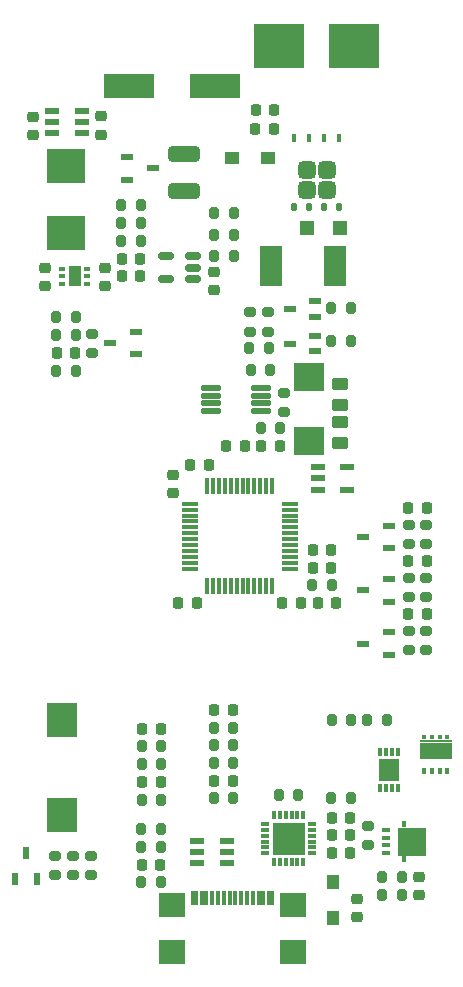
<source format=gbr>
%TF.GenerationSoftware,KiCad,Pcbnew,8.0.6*%
%TF.CreationDate,2024-11-14T19:13:27+01:00*%
%TF.ProjectId,AxxSolder,41787853-6f6c-4646-9572-2e6b69636164,rev?*%
%TF.SameCoordinates,Original*%
%TF.FileFunction,Paste,Bot*%
%TF.FilePolarity,Positive*%
%FSLAX46Y46*%
G04 Gerber Fmt 4.6, Leading zero omitted, Abs format (unit mm)*
G04 Created by KiCad (PCBNEW 8.0.6) date 2024-11-14 19:13:27*
%MOMM*%
%LPD*%
G01*
G04 APERTURE LIST*
G04 Aperture macros list*
%AMRoundRect*
0 Rectangle with rounded corners*
0 $1 Rounding radius*
0 $2 $3 $4 $5 $6 $7 $8 $9 X,Y pos of 4 corners*
0 Add a 4 corners polygon primitive as box body*
4,1,4,$2,$3,$4,$5,$6,$7,$8,$9,$2,$3,0*
0 Add four circle primitives for the rounded corners*
1,1,$1+$1,$2,$3*
1,1,$1+$1,$4,$5*
1,1,$1+$1,$6,$7*
1,1,$1+$1,$8,$9*
0 Add four rect primitives between the rounded corners*
20,1,$1+$1,$2,$3,$4,$5,0*
20,1,$1+$1,$4,$5,$6,$7,0*
20,1,$1+$1,$6,$7,$8,$9,0*
20,1,$1+$1,$8,$9,$2,$3,0*%
G04 Aperture macros list end*
%ADD10RoundRect,0.225000X0.225000X0.250000X-0.225000X0.250000X-0.225000X-0.250000X0.225000X-0.250000X0*%
%ADD11R,3.200000X2.850000*%
%ADD12R,0.400000X0.550000*%
%ADD13R,0.400000X0.410000*%
%ADD14R,2.750000X1.470000*%
%ADD15R,2.750000X0.250000*%
%ADD16R,1.050000X0.600000*%
%ADD17RoundRect,0.200000X-0.200000X-0.275000X0.200000X-0.275000X0.200000X0.275000X-0.200000X0.275000X0*%
%ADD18R,0.300000X1.475000*%
%ADD19R,1.475000X0.300000*%
%ADD20RoundRect,0.200000X0.275000X-0.200000X0.275000X0.200000X-0.275000X0.200000X-0.275000X-0.200000X0*%
%ADD21RoundRect,0.200000X0.200000X0.275000X-0.200000X0.275000X-0.200000X-0.275000X0.200000X-0.275000X0*%
%ADD22RoundRect,0.225000X-0.225000X-0.250000X0.225000X-0.250000X0.225000X0.250000X-0.225000X0.250000X0*%
%ADD23RoundRect,0.225000X0.250000X-0.225000X0.250000X0.225000X-0.250000X0.225000X-0.250000X-0.225000X0*%
%ADD24RoundRect,0.375000X-0.375000X0.375000X-0.375000X-0.375000X0.375000X-0.375000X0.375000X0.375000X0*%
%ADD25RoundRect,0.125000X-0.125000X0.250000X-0.125000X-0.250000X0.125000X-0.250000X0.125000X0.250000X0*%
%ADD26RoundRect,0.100000X-0.100000X0.275000X-0.100000X-0.275000X0.100000X-0.275000X0.100000X0.275000X0*%
%ADD27RoundRect,0.200000X-0.275000X0.200000X-0.275000X-0.200000X0.275000X-0.200000X0.275000X0.200000X0*%
%ADD28R,1.200000X1.200000*%
%ADD29R,2.500000X3.000000*%
%ADD30RoundRect,0.250000X0.450000X-0.262500X0.450000X0.262500X-0.450000X0.262500X-0.450000X-0.262500X0*%
%ADD31R,1.120000X1.220000*%
%ADD32RoundRect,0.125000X0.687500X0.125000X-0.687500X0.125000X-0.687500X-0.125000X0.687500X-0.125000X0*%
%ADD33RoundRect,0.150000X0.512500X0.150000X-0.512500X0.150000X-0.512500X-0.150000X0.512500X-0.150000X0*%
%ADD34RoundRect,0.250000X-1.075000X0.400000X-1.075000X-0.400000X1.075000X-0.400000X1.075000X0.400000X0*%
%ADD35R,1.050000X0.500000*%
%ADD36R,1.900000X3.450000*%
%ADD37R,0.300000X1.150000*%
%ADD38R,2.180000X2.000000*%
%ADD39RoundRect,0.225000X-0.250000X0.225000X-0.250000X-0.225000X0.250000X-0.225000X0.250000X0.225000X0*%
%ADD40R,1.220000X1.120000*%
%ADD41R,0.300000X0.800000*%
%ADD42R,0.800000X0.300000*%
%ADD43R,2.700000X2.700000*%
%ADD44R,0.750000X0.400000*%
%ADD45R,0.400000X0.530000*%
%ADD46R,2.400000X2.450000*%
%ADD47R,0.300000X0.750000*%
%ADD48R,1.730000X1.850000*%
%ADD49R,4.250000X2.100000*%
%ADD50R,4.240000X3.810000*%
%ADD51R,0.600000X1.050000*%
%ADD52R,1.200000X0.600000*%
%ADD53R,2.500000X2.400000*%
%ADD54R,0.600000X0.350000*%
%ADD55R,1.100000X1.700000*%
G04 APERTURE END LIST*
D10*
%TO.C,C23*%
X180525000Y-126600000D03*
X178975000Y-126600000D03*
%TD*%
D11*
%TO.C,L1*%
X166400000Y-80550000D03*
X166400000Y-86250000D03*
%TD*%
D12*
%TO.C,Q2*%
X198700000Y-131790000D03*
X198050000Y-131790000D03*
X197400000Y-131790000D03*
X196750000Y-131790000D03*
D13*
X198700000Y-128920000D03*
X198050000Y-128920000D03*
D14*
X197725000Y-130110000D03*
D15*
X197725000Y-129250000D03*
D13*
X197400000Y-128920000D03*
X196750000Y-128920000D03*
%TD*%
D10*
%TO.C,C6*%
X181525000Y-104250000D03*
X179975000Y-104250000D03*
%TD*%
D16*
%TO.C,D6*%
X193762500Y-115535000D03*
X193762500Y-117435000D03*
X191562500Y-116485000D03*
%TD*%
D17*
%TO.C,R30*%
X172825000Y-129700000D03*
X174475000Y-129700000D03*
%TD*%
%TO.C,R7*%
X171075000Y-85400000D03*
X172725000Y-85400000D03*
%TD*%
D18*
%TO.C,IC4*%
X178350000Y-107662000D03*
X178850000Y-107662000D03*
X179350000Y-107662000D03*
X179850000Y-107662000D03*
X180350000Y-107662000D03*
X180850000Y-107662000D03*
X181350000Y-107662000D03*
X181850000Y-107662000D03*
X182350000Y-107662000D03*
X182850000Y-107662000D03*
X183350000Y-107662000D03*
X183850000Y-107662000D03*
D19*
X185338000Y-109150000D03*
X185338000Y-109650000D03*
X185338000Y-110150000D03*
X185338000Y-110650000D03*
X185338000Y-111150000D03*
X185338000Y-111650000D03*
X185338000Y-112150000D03*
X185338000Y-112650000D03*
X185338000Y-113150000D03*
X185338000Y-113650000D03*
X185338000Y-114150000D03*
X185338000Y-114650000D03*
D18*
X183850000Y-116138000D03*
X183350000Y-116138000D03*
X182850000Y-116138000D03*
X182350000Y-116138000D03*
X181850000Y-116138000D03*
X181350000Y-116138000D03*
X180850000Y-116138000D03*
X180350000Y-116138000D03*
X179850000Y-116138000D03*
X179350000Y-116138000D03*
X178850000Y-116138000D03*
X178350000Y-116138000D03*
D19*
X176862000Y-114650000D03*
X176862000Y-114150000D03*
X176862000Y-113650000D03*
X176862000Y-113150000D03*
X176862000Y-112650000D03*
X176862000Y-112150000D03*
X176862000Y-111650000D03*
X176862000Y-111150000D03*
X176862000Y-110650000D03*
X176862000Y-110150000D03*
X176862000Y-109650000D03*
X176862000Y-109150000D03*
%TD*%
D20*
%TO.C,R37*%
X168500000Y-140625000D03*
X168500000Y-138975000D03*
%TD*%
D17*
%TO.C,FB1*%
X187250000Y-116050000D03*
X188900000Y-116050000D03*
%TD*%
%TO.C,R8*%
X171075000Y-86900000D03*
X172725000Y-86900000D03*
%TD*%
%TO.C,R15*%
X188875000Y-134050000D03*
X190525000Y-134050000D03*
%TD*%
D20*
%TO.C,R25*%
X196912500Y-117060000D03*
X196912500Y-115410000D03*
%TD*%
D21*
%TO.C,R11*%
X172725000Y-83900000D03*
X171075000Y-83900000D03*
%TD*%
D22*
%TO.C,C11*%
X188925000Y-138750000D03*
X190475000Y-138750000D03*
%TD*%
D10*
%TO.C,C7*%
X172675000Y-89900000D03*
X171125000Y-89900000D03*
%TD*%
D23*
%TO.C,C5*%
X169400000Y-77900000D03*
X169400000Y-76350000D03*
%TD*%
D24*
%TO.C,Q4*%
X188500000Y-80900000D03*
X186800000Y-80900000D03*
X188500000Y-82600000D03*
X186800000Y-82600000D03*
D25*
X189555000Y-84005000D03*
X188285000Y-84005000D03*
X187015000Y-84005000D03*
X185745000Y-84005000D03*
D26*
X188285000Y-78200000D03*
X187015000Y-78200000D03*
X185745000Y-78200000D03*
X189555000Y-78200000D03*
%TD*%
D22*
%TO.C,C16*%
X184725000Y-117550000D03*
X186275000Y-117550000D03*
%TD*%
D27*
%TO.C,R28*%
X168600000Y-94775000D03*
X168600000Y-96425000D03*
%TD*%
D23*
%TO.C,C30*%
X178950000Y-91050000D03*
X178950000Y-89500000D03*
%TD*%
D21*
%TO.C,R52*%
X180600000Y-84575000D03*
X178950000Y-84575000D03*
%TD*%
D27*
%TO.C,R14*%
X191950000Y-136425000D03*
X191950000Y-138075000D03*
%TD*%
D17*
%TO.C,R46*%
X178925000Y-129600000D03*
X180575000Y-129600000D03*
%TD*%
D28*
%TO.C,D10*%
X186800000Y-85800000D03*
X189600000Y-85800000D03*
%TD*%
D17*
%TO.C,R36*%
X172775000Y-138200000D03*
X174425000Y-138200000D03*
%TD*%
D29*
%TO.C,LS1*%
X166100000Y-127500000D03*
X166100000Y-135500000D03*
%TD*%
D22*
%TO.C,C35*%
X182450000Y-75800000D03*
X184000000Y-75800000D03*
%TD*%
D21*
%TO.C,R16*%
X174475000Y-131200000D03*
X172825000Y-131200000D03*
%TD*%
D30*
%TO.C,R45*%
X189600000Y-104025000D03*
X189600000Y-102200000D03*
%TD*%
D31*
%TO.C,D3*%
X189000000Y-141200000D03*
X189000000Y-144200000D03*
%TD*%
D21*
%TO.C,R1*%
X190525000Y-92600000D03*
X188875000Y-92600000D03*
%TD*%
%TO.C,R32*%
X180575000Y-128100000D03*
X178925000Y-128100000D03*
%TD*%
D10*
%TO.C,C14*%
X178475000Y-105900000D03*
X176925000Y-105900000D03*
%TD*%
D20*
%TO.C,R23*%
X165500000Y-140625000D03*
X165500000Y-138975000D03*
%TD*%
D32*
%TO.C,IC2*%
X182925000Y-99350000D03*
X182925000Y-100000000D03*
X182925000Y-100650000D03*
X182925000Y-101300000D03*
X178700000Y-101300000D03*
X178700000Y-100650000D03*
X178700000Y-100000000D03*
X178700000Y-99350000D03*
%TD*%
D22*
%TO.C,C19*%
X187300000Y-114550000D03*
X188850000Y-114550000D03*
%TD*%
D33*
%TO.C,U1*%
X177175000Y-88200000D03*
X177175000Y-89150000D03*
X177175000Y-90100000D03*
X174900000Y-90100000D03*
X174900000Y-88200000D03*
%TD*%
D21*
%TO.C,R31*%
X180575000Y-134100000D03*
X178925000Y-134100000D03*
%TD*%
D16*
%TO.C,D8*%
X193762500Y-120035000D03*
X193762500Y-121935000D03*
X191562500Y-120985000D03*
%TD*%
D20*
%TO.C,R18*%
X195412500Y-121560000D03*
X195412500Y-119910000D03*
%TD*%
D27*
%TO.C,R34*%
X167000000Y-138975000D03*
X167000000Y-140625000D03*
%TD*%
D10*
%TO.C,C8*%
X172675000Y-88400000D03*
X171125000Y-88400000D03*
%TD*%
%TO.C,C25*%
X196937500Y-118485000D03*
X195387500Y-118485000D03*
%TD*%
D17*
%TO.C,R26*%
X188925000Y-127500000D03*
X190575000Y-127500000D03*
%TD*%
D34*
%TO.C,R51*%
X176400000Y-79550000D03*
X176400000Y-82650000D03*
%TD*%
D20*
%TO.C,R22*%
X196912500Y-112560000D03*
X196912500Y-110910000D03*
%TD*%
D16*
%TO.C,Q5*%
X171600000Y-81700000D03*
X171600000Y-79800000D03*
X173800000Y-80750000D03*
%TD*%
D21*
%TO.C,R12*%
X194825000Y-140750000D03*
X193175000Y-140750000D03*
%TD*%
D35*
%TO.C,D2*%
X187450000Y-94950000D03*
X187450000Y-96250000D03*
X185350000Y-95600000D03*
%TD*%
D21*
%TO.C,R47*%
X174425000Y-136700000D03*
X172775000Y-136700000D03*
%TD*%
D36*
%TO.C,R42*%
X189200000Y-89000000D03*
X183800000Y-89000000D03*
%TD*%
D21*
%TO.C,R10*%
X183575000Y-96000000D03*
X181925000Y-96000000D03*
%TD*%
D22*
%TO.C,C34*%
X182425000Y-77400000D03*
X183975000Y-77400000D03*
%TD*%
D21*
%TO.C,R5*%
X190525000Y-95400000D03*
X188875000Y-95400000D03*
%TD*%
D37*
%TO.C,J1*%
X183850000Y-142572000D03*
X183050000Y-142572000D03*
X181750000Y-142572000D03*
X180750000Y-142572000D03*
X180250000Y-142572000D03*
X179250000Y-142572000D03*
X177950000Y-142572000D03*
X177150000Y-142572000D03*
X177450000Y-142572000D03*
X178250000Y-142572000D03*
X178750000Y-142572000D03*
X179750000Y-142572000D03*
X181250000Y-142572000D03*
X182250000Y-142572000D03*
X182750000Y-142572000D03*
X183550000Y-142572000D03*
D38*
X185610000Y-143147000D03*
X175390000Y-143147000D03*
X185610000Y-147077000D03*
X175390000Y-147077000D03*
%TD*%
D21*
%TO.C,R33*%
X167225000Y-97900000D03*
X165575000Y-97900000D03*
%TD*%
D22*
%TO.C,C12*%
X188925000Y-137240000D03*
X190475000Y-137240000D03*
%TD*%
D39*
%TO.C,C17*%
X175500000Y-106725000D03*
X175500000Y-108275000D03*
%TD*%
D22*
%TO.C,C13*%
X188925000Y-135750000D03*
X190475000Y-135750000D03*
%TD*%
D23*
%TO.C,C2*%
X164600000Y-90750000D03*
X164600000Y-89200000D03*
%TD*%
D10*
%TO.C,C28*%
X174425000Y-132700000D03*
X172875000Y-132700000D03*
%TD*%
D17*
%TO.C,R21*%
X165575000Y-93300000D03*
X167225000Y-93300000D03*
%TD*%
D22*
%TO.C,C21*%
X172875000Y-128200000D03*
X174425000Y-128200000D03*
%TD*%
D20*
%TO.C,R29*%
X196912500Y-121560000D03*
X196912500Y-119910000D03*
%TD*%
D17*
%TO.C,R17*%
X184425000Y-133800000D03*
X186075000Y-133800000D03*
%TD*%
%TO.C,R50*%
X178950000Y-86387500D03*
X180600000Y-86387500D03*
%TD*%
D10*
%TO.C,C29*%
X174375000Y-139700000D03*
X172825000Y-139700000D03*
%TD*%
D40*
%TO.C,D4*%
X183500000Y-79850000D03*
X180500000Y-79850000D03*
%TD*%
D17*
%TO.C,R3*%
X182900000Y-102750000D03*
X184550000Y-102750000D03*
%TD*%
D41*
%TO.C,IC6*%
X186500000Y-139500000D03*
X186000000Y-139500000D03*
X185500000Y-139500000D03*
X185000000Y-139500000D03*
X184500000Y-139500000D03*
X184000000Y-139500000D03*
D42*
X183250000Y-138750000D03*
X183250000Y-138250000D03*
X183250000Y-137750000D03*
X183250000Y-137250000D03*
X183250000Y-136750000D03*
X183250000Y-136250000D03*
D41*
X184000000Y-135500000D03*
X184500000Y-135500000D03*
X185000000Y-135500000D03*
X185500000Y-135500000D03*
X186000000Y-135500000D03*
X186500000Y-135500000D03*
D42*
X187250000Y-136250000D03*
X187250000Y-136750000D03*
X187250000Y-137250000D03*
X187250000Y-137750000D03*
X187250000Y-138250000D03*
X187250000Y-138750000D03*
D43*
X185250000Y-137500000D03*
%TD*%
D23*
%TO.C,C9*%
X196250000Y-142275000D03*
X196250000Y-140725000D03*
%TD*%
D44*
%TO.C,Q1*%
X193475000Y-138725000D03*
X193475000Y-138075000D03*
X193475000Y-137425000D03*
X193475000Y-136775000D03*
D45*
X195000000Y-139240000D03*
D46*
X195700000Y-137750000D03*
D45*
X195000000Y-136260000D03*
%TD*%
D10*
%TO.C,C22*%
X180525000Y-132600000D03*
X178975000Y-132600000D03*
%TD*%
D47*
%TO.C,IC7*%
X194500000Y-133200000D03*
X194000000Y-133200000D03*
X193500000Y-133200000D03*
X193000000Y-133200000D03*
X193000000Y-130200000D03*
X193500000Y-130200000D03*
X194000000Y-130200000D03*
X194500000Y-130200000D03*
D48*
X193750000Y-131700000D03*
%TD*%
D23*
%TO.C,C10*%
X191000000Y-144175000D03*
X191000000Y-142625000D03*
%TD*%
D21*
%TO.C,R49*%
X180600000Y-88200000D03*
X178950000Y-88200000D03*
%TD*%
D10*
%TO.C,C15*%
X177475000Y-117550000D03*
X175925000Y-117550000D03*
%TD*%
D20*
%TO.C,R19*%
X195412500Y-117060000D03*
X195412500Y-115410000D03*
%TD*%
D49*
%TO.C,C37*%
X179000000Y-73800000D03*
X171700000Y-73800000D03*
%TD*%
D16*
%TO.C,D7*%
X172350000Y-94600000D03*
X172350000Y-96500000D03*
X170150000Y-95550000D03*
%TD*%
D22*
%TO.C,C4*%
X182950000Y-104250000D03*
X184500000Y-104250000D03*
%TD*%
D39*
%TO.C,C1*%
X169700000Y-89200000D03*
X169700000Y-90750000D03*
%TD*%
D17*
%TO.C,R9*%
X182025000Y-97800000D03*
X183675000Y-97800000D03*
%TD*%
D22*
%TO.C,C18*%
X187300000Y-113050000D03*
X188850000Y-113050000D03*
%TD*%
D10*
%TO.C,C24*%
X167175000Y-96400000D03*
X165625000Y-96400000D03*
%TD*%
D35*
%TO.C,D1*%
X187450000Y-92000000D03*
X187450000Y-93300000D03*
X185350000Y-92650000D03*
%TD*%
D17*
%TO.C,R43*%
X178925000Y-131100000D03*
X180575000Y-131100000D03*
%TD*%
D50*
%TO.C,F1*%
X184410000Y-70400000D03*
X190790000Y-70400000D03*
%TD*%
D51*
%TO.C,Q3*%
X163950000Y-140900000D03*
X162050000Y-140900000D03*
X163000000Y-138700000D03*
%TD*%
D52*
%TO.C,IC3*%
X165250000Y-77800000D03*
X165250000Y-76850000D03*
X165250000Y-75900000D03*
X167750000Y-75900000D03*
X167750000Y-76850000D03*
X167750000Y-77800000D03*
%TD*%
%TO.C,IC9*%
X187700000Y-107950000D03*
X187700000Y-107000000D03*
X187700000Y-106050000D03*
X190200000Y-106050000D03*
X190200000Y-107950000D03*
%TD*%
D20*
%TO.C,R6*%
X182000000Y-94575000D03*
X182000000Y-92925000D03*
%TD*%
D17*
%TO.C,R13*%
X193175000Y-142250000D03*
X194825000Y-142250000D03*
%TD*%
D27*
%TO.C,R2*%
X184900000Y-99775000D03*
X184900000Y-101425000D03*
%TD*%
D53*
%TO.C,F2*%
X187000000Y-103800000D03*
X187000000Y-98400000D03*
%TD*%
D39*
%TO.C,C3*%
X163600000Y-76375000D03*
X163600000Y-77925000D03*
%TD*%
D10*
%TO.C,C26*%
X196937500Y-113985000D03*
X195387500Y-113985000D03*
%TD*%
D16*
%TO.C,D5*%
X193762500Y-111035000D03*
X193762500Y-112935000D03*
X191562500Y-111985000D03*
%TD*%
D21*
%TO.C,R35*%
X174475000Y-134200000D03*
X172825000Y-134200000D03*
%TD*%
%TO.C,R27*%
X193575000Y-127500000D03*
X191925000Y-127500000D03*
%TD*%
D20*
%TO.C,R20*%
X195412500Y-112560000D03*
X195412500Y-110910000D03*
%TD*%
D21*
%TO.C,R48*%
X174425000Y-141200000D03*
X172775000Y-141200000D03*
%TD*%
D54*
%TO.C,IC1*%
X166100000Y-90550000D03*
X166100000Y-89900000D03*
X166100000Y-89250000D03*
X168200000Y-89250000D03*
X168200000Y-89900000D03*
X168200000Y-90550000D03*
D55*
X167150000Y-89900000D03*
%TD*%
D22*
%TO.C,C20*%
X187725000Y-117550000D03*
X189275000Y-117550000D03*
%TD*%
D27*
%TO.C,R4*%
X183500000Y-92925000D03*
X183500000Y-94575000D03*
%TD*%
D21*
%TO.C,R24*%
X167225000Y-94900000D03*
X165575000Y-94900000D03*
%TD*%
D30*
%TO.C,R44*%
X189600000Y-100800000D03*
X189600000Y-98975000D03*
%TD*%
D52*
%TO.C,IC5*%
X180000000Y-137700000D03*
X180000000Y-138650000D03*
X180000000Y-139600000D03*
X177500000Y-139600000D03*
X177500000Y-138650000D03*
X177500000Y-137700000D03*
%TD*%
D10*
%TO.C,C27*%
X196937500Y-109485000D03*
X195387500Y-109485000D03*
%TD*%
M02*

</source>
